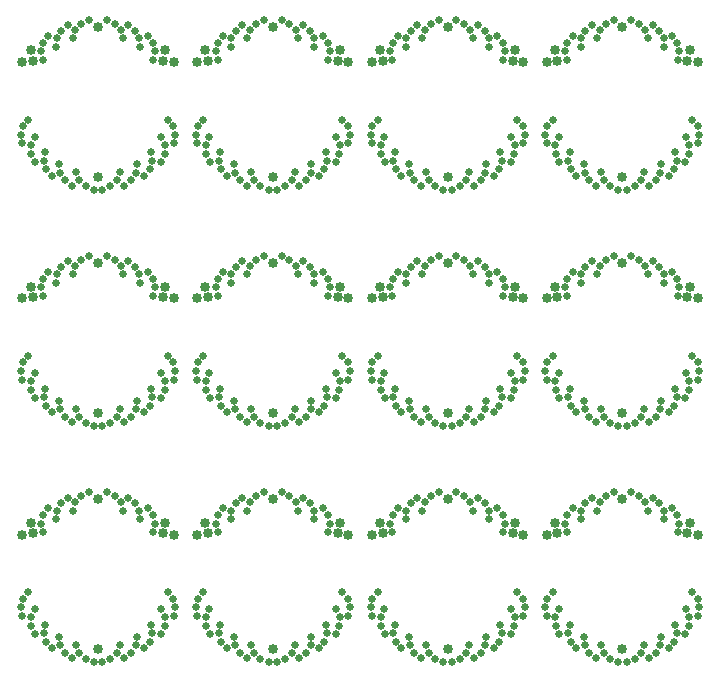
<source format=gbs>
G75*
%MOIN*%
%OFA0B0*%
%FSLAX25Y25*%
%IPPOS*%
%LPD*%
%AMOC8*
5,1,8,0,0,1.08239X$1,22.5*
%
%ADD10C,0.03353*%
%ADD11C,0.02500*%
D10*
X0093967Y0074281D03*
X0115620Y0112864D03*
X0119163Y0112470D03*
X0116407Y0116407D03*
X0127037Y0112470D03*
X0130581Y0112864D03*
X0129793Y0116407D03*
X0152234Y0124281D03*
X0174675Y0116407D03*
X0173888Y0112864D03*
X0177431Y0112470D03*
X0185305Y0112470D03*
X0188848Y0112864D03*
X0188061Y0116407D03*
X0210502Y0124281D03*
X0232943Y0116407D03*
X0232156Y0112864D03*
X0235699Y0112470D03*
X0243573Y0112470D03*
X0247116Y0112864D03*
X0246329Y0116407D03*
X0268770Y0124281D03*
X0291211Y0116407D03*
X0290423Y0112864D03*
X0293967Y0112470D03*
X0268770Y0074281D03*
X0210502Y0074281D03*
X0152234Y0074281D03*
X0093967Y0124281D03*
X0071526Y0116407D03*
X0072313Y0112864D03*
X0068770Y0112470D03*
X0093967Y0153022D03*
X0115620Y0191604D03*
X0119163Y0191211D03*
X0116407Y0195148D03*
X0127037Y0191211D03*
X0130581Y0191604D03*
X0129793Y0195148D03*
X0152234Y0203022D03*
X0174675Y0195148D03*
X0173888Y0191604D03*
X0177431Y0191211D03*
X0185305Y0191211D03*
X0188848Y0191604D03*
X0188061Y0195148D03*
X0210502Y0203022D03*
X0232943Y0195148D03*
X0232156Y0191604D03*
X0235699Y0191211D03*
X0243573Y0191211D03*
X0247116Y0191604D03*
X0246329Y0195148D03*
X0268770Y0203022D03*
X0291211Y0195148D03*
X0290423Y0191604D03*
X0293967Y0191211D03*
X0268770Y0153022D03*
X0210502Y0153022D03*
X0152234Y0153022D03*
X0093967Y0203022D03*
X0071526Y0195148D03*
X0072313Y0191604D03*
X0068770Y0191211D03*
X0093967Y0231762D03*
X0115620Y0270344D03*
X0119163Y0269951D03*
X0116407Y0273888D03*
X0127037Y0269951D03*
X0130581Y0270344D03*
X0129793Y0273888D03*
X0152234Y0281762D03*
X0174675Y0273888D03*
X0173888Y0270344D03*
X0177431Y0269951D03*
X0185305Y0269951D03*
X0188848Y0270344D03*
X0188061Y0273888D03*
X0210502Y0281762D03*
X0232943Y0273888D03*
X0232156Y0270344D03*
X0235699Y0269951D03*
X0243573Y0269951D03*
X0247116Y0270344D03*
X0246329Y0273888D03*
X0268770Y0281762D03*
X0291211Y0273888D03*
X0290423Y0270344D03*
X0293967Y0269951D03*
X0268770Y0231762D03*
X0210502Y0231762D03*
X0152234Y0231762D03*
X0093967Y0281762D03*
X0071526Y0273888D03*
X0072313Y0270344D03*
X0068770Y0269951D03*
D11*
X0072938Y0079283D03*
X0071754Y0081926D03*
X0071650Y0084847D03*
X0072862Y0087496D03*
X0068733Y0085374D03*
X0068274Y0088232D03*
X0068929Y0091081D03*
X0070785Y0093327D03*
X0076376Y0082402D03*
X0075892Y0079529D03*
X0076749Y0076735D03*
X0078575Y0074488D03*
X0081365Y0075491D03*
X0081090Y0078391D03*
X0082916Y0073013D03*
X0085262Y0071316D03*
X0087697Y0073006D03*
X0086681Y0075737D03*
X0089837Y0071014D03*
X0092542Y0069983D03*
X0095391Y0069983D03*
X0098096Y0071014D03*
X0100236Y0073006D03*
X0101252Y0075737D03*
X0102671Y0071316D03*
X0105017Y0073013D03*
X0106568Y0075491D03*
X0106843Y0078391D03*
X0109358Y0074488D03*
X0111184Y0076735D03*
X0112041Y0079529D03*
X0111557Y0082402D03*
X0114995Y0079283D03*
X0116179Y0081926D03*
X0116283Y0084847D03*
X0115071Y0087496D03*
X0119200Y0085374D03*
X0119659Y0088232D03*
X0119004Y0091081D03*
X0117148Y0093327D03*
X0127197Y0091081D03*
X0129053Y0093327D03*
X0126542Y0088232D03*
X0127001Y0085374D03*
X0129918Y0084847D03*
X0131130Y0087496D03*
X0130022Y0081926D03*
X0131205Y0079283D03*
X0134159Y0079529D03*
X0134644Y0082402D03*
X0135016Y0076735D03*
X0136843Y0074488D03*
X0139633Y0075491D03*
X0139357Y0078391D03*
X0141184Y0073013D03*
X0143530Y0071316D03*
X0145965Y0073006D03*
X0144948Y0075737D03*
X0148104Y0071014D03*
X0150810Y0069983D03*
X0153659Y0069983D03*
X0156364Y0071014D03*
X0158504Y0073006D03*
X0159520Y0075737D03*
X0160939Y0071316D03*
X0163285Y0073013D03*
X0164836Y0075491D03*
X0165111Y0078391D03*
X0167625Y0074488D03*
X0169452Y0076735D03*
X0170309Y0079529D03*
X0169824Y0082402D03*
X0173263Y0079283D03*
X0174446Y0081926D03*
X0174551Y0084847D03*
X0173339Y0087496D03*
X0177468Y0085374D03*
X0177927Y0088232D03*
X0177271Y0091081D03*
X0175415Y0093327D03*
X0185465Y0091081D03*
X0187321Y0093327D03*
X0184809Y0088232D03*
X0185268Y0085374D03*
X0188186Y0084847D03*
X0189397Y0087496D03*
X0188290Y0081926D03*
X0189473Y0079283D03*
X0192427Y0079529D03*
X0192912Y0082402D03*
X0193284Y0076735D03*
X0195111Y0074488D03*
X0197901Y0075491D03*
X0197625Y0078391D03*
X0199452Y0073013D03*
X0201797Y0071316D03*
X0204233Y0073006D03*
X0203216Y0075737D03*
X0206372Y0071014D03*
X0209077Y0069983D03*
X0211927Y0069983D03*
X0214632Y0071014D03*
X0216771Y0073006D03*
X0217788Y0075737D03*
X0219206Y0071316D03*
X0221552Y0073013D03*
X0223103Y0075491D03*
X0223379Y0078391D03*
X0225893Y0074488D03*
X0227720Y0076735D03*
X0228577Y0079529D03*
X0228092Y0082402D03*
X0231531Y0079283D03*
X0232714Y0081926D03*
X0232818Y0084847D03*
X0231607Y0087496D03*
X0235736Y0085374D03*
X0236194Y0088232D03*
X0235539Y0091081D03*
X0233683Y0093327D03*
X0243733Y0091081D03*
X0245589Y0093327D03*
X0243077Y0088232D03*
X0243536Y0085374D03*
X0246453Y0084847D03*
X0247665Y0087496D03*
X0246558Y0081926D03*
X0247741Y0079283D03*
X0250695Y0079529D03*
X0251180Y0082402D03*
X0251552Y0076735D03*
X0253379Y0074488D03*
X0256168Y0075491D03*
X0255893Y0078391D03*
X0257719Y0073013D03*
X0260065Y0071316D03*
X0262500Y0073006D03*
X0261484Y0075737D03*
X0264640Y0071014D03*
X0267345Y0069983D03*
X0270194Y0069983D03*
X0272899Y0071014D03*
X0275039Y0073006D03*
X0276056Y0075737D03*
X0277474Y0071316D03*
X0279820Y0073013D03*
X0281371Y0075491D03*
X0281647Y0078391D03*
X0284161Y0074488D03*
X0285988Y0076735D03*
X0286844Y0079529D03*
X0286360Y0082402D03*
X0289799Y0079283D03*
X0290982Y0081926D03*
X0291086Y0084847D03*
X0289874Y0087496D03*
X0294003Y0085374D03*
X0294462Y0088232D03*
X0293807Y0091081D03*
X0291951Y0093327D03*
X0287168Y0113250D03*
X0287802Y0116093D03*
X0287092Y0118929D03*
X0285386Y0121268D03*
X0282547Y0120413D03*
X0282671Y0117502D03*
X0281128Y0122969D03*
X0278874Y0124786D03*
X0276354Y0123225D03*
X0277226Y0120446D03*
X0274322Y0125327D03*
X0271674Y0126499D03*
X0265865Y0126499D03*
X0263218Y0125327D03*
X0261185Y0123225D03*
X0260313Y0120446D03*
X0258665Y0124786D03*
X0256411Y0122969D03*
X0254992Y0120413D03*
X0254869Y0117502D03*
X0252154Y0121268D03*
X0250447Y0118929D03*
X0249737Y0116093D03*
X0250372Y0113250D03*
X0229534Y0116093D03*
X0228900Y0113250D03*
X0228825Y0118929D03*
X0227118Y0121268D03*
X0224280Y0120413D03*
X0224403Y0117502D03*
X0222860Y0122969D03*
X0220607Y0124786D03*
X0218086Y0123225D03*
X0218959Y0120446D03*
X0216054Y0125327D03*
X0213407Y0126499D03*
X0207597Y0126499D03*
X0204950Y0125327D03*
X0202918Y0123225D03*
X0202045Y0120446D03*
X0200397Y0124786D03*
X0198143Y0122969D03*
X0196724Y0120413D03*
X0196601Y0117502D03*
X0193886Y0121268D03*
X0192179Y0118929D03*
X0191470Y0116093D03*
X0192104Y0113250D03*
X0171266Y0116093D03*
X0170632Y0113250D03*
X0170557Y0118929D03*
X0168850Y0121268D03*
X0166012Y0120413D03*
X0166135Y0117502D03*
X0164593Y0122969D03*
X0162339Y0124786D03*
X0159819Y0123225D03*
X0160691Y0120446D03*
X0157786Y0125327D03*
X0155139Y0126499D03*
X0149330Y0126499D03*
X0146682Y0125327D03*
X0144650Y0123225D03*
X0143778Y0120446D03*
X0142130Y0124786D03*
X0139876Y0122969D03*
X0138457Y0120413D03*
X0138333Y0117502D03*
X0135618Y0121268D03*
X0133911Y0118929D03*
X0133202Y0116093D03*
X0133836Y0113250D03*
X0112999Y0116093D03*
X0112364Y0113250D03*
X0112289Y0118929D03*
X0110583Y0121268D03*
X0107744Y0120413D03*
X0107867Y0117502D03*
X0106325Y0122969D03*
X0104071Y0124786D03*
X0101551Y0123225D03*
X0102423Y0120446D03*
X0099518Y0125327D03*
X0096871Y0126499D03*
X0091062Y0126499D03*
X0088415Y0125327D03*
X0086382Y0123225D03*
X0085510Y0120446D03*
X0083862Y0124786D03*
X0081608Y0122969D03*
X0080189Y0120413D03*
X0080066Y0117502D03*
X0077350Y0121268D03*
X0075644Y0118929D03*
X0074934Y0116093D03*
X0075569Y0113250D03*
X0085262Y0150056D03*
X0082916Y0151753D03*
X0081365Y0154231D03*
X0081090Y0157131D03*
X0078575Y0153228D03*
X0076749Y0155475D03*
X0075892Y0158269D03*
X0076376Y0161142D03*
X0072938Y0158023D03*
X0071754Y0160666D03*
X0071650Y0163587D03*
X0072862Y0166237D03*
X0068733Y0164114D03*
X0068274Y0166972D03*
X0068929Y0169821D03*
X0070785Y0172067D03*
X0075569Y0191990D03*
X0074934Y0194834D03*
X0075644Y0197669D03*
X0077350Y0200008D03*
X0080189Y0199153D03*
X0080066Y0196242D03*
X0081608Y0201709D03*
X0083862Y0203526D03*
X0086382Y0201966D03*
X0085510Y0199186D03*
X0088415Y0204067D03*
X0091062Y0205239D03*
X0096871Y0205239D03*
X0099518Y0204067D03*
X0101551Y0201966D03*
X0102423Y0199186D03*
X0104071Y0203526D03*
X0106325Y0201709D03*
X0107744Y0199153D03*
X0107867Y0196242D03*
X0110583Y0200008D03*
X0112289Y0197669D03*
X0112999Y0194834D03*
X0112364Y0191990D03*
X0117148Y0172067D03*
X0119004Y0169821D03*
X0119659Y0166972D03*
X0119200Y0164114D03*
X0116283Y0163587D03*
X0115071Y0166237D03*
X0116179Y0160666D03*
X0114995Y0158023D03*
X0112041Y0158269D03*
X0111557Y0161142D03*
X0111184Y0155475D03*
X0109358Y0153228D03*
X0106568Y0154231D03*
X0106843Y0157131D03*
X0105017Y0151753D03*
X0102671Y0150056D03*
X0100236Y0151747D03*
X0101252Y0154477D03*
X0098096Y0149755D03*
X0095391Y0148723D03*
X0092542Y0148723D03*
X0089837Y0149755D03*
X0087697Y0151747D03*
X0086681Y0154477D03*
X0127001Y0164114D03*
X0126542Y0166972D03*
X0127197Y0169821D03*
X0129053Y0172067D03*
X0131130Y0166237D03*
X0129918Y0163587D03*
X0130022Y0160666D03*
X0131205Y0158023D03*
X0134159Y0158269D03*
X0134644Y0161142D03*
X0135016Y0155475D03*
X0136843Y0153228D03*
X0139633Y0154231D03*
X0139357Y0157131D03*
X0141184Y0151753D03*
X0143530Y0150056D03*
X0145965Y0151747D03*
X0144948Y0154477D03*
X0148104Y0149755D03*
X0150810Y0148723D03*
X0153659Y0148723D03*
X0156364Y0149755D03*
X0158504Y0151747D03*
X0159520Y0154477D03*
X0160939Y0150056D03*
X0163285Y0151753D03*
X0164836Y0154231D03*
X0165111Y0157131D03*
X0167625Y0153228D03*
X0169452Y0155475D03*
X0170309Y0158269D03*
X0169824Y0161142D03*
X0173263Y0158023D03*
X0174446Y0160666D03*
X0174551Y0163587D03*
X0173339Y0166237D03*
X0177468Y0164114D03*
X0177927Y0166972D03*
X0177271Y0169821D03*
X0175415Y0172067D03*
X0185465Y0169821D03*
X0187321Y0172067D03*
X0184809Y0166972D03*
X0185268Y0164114D03*
X0188186Y0163587D03*
X0189397Y0166237D03*
X0188290Y0160666D03*
X0189473Y0158023D03*
X0192427Y0158269D03*
X0192912Y0161142D03*
X0193284Y0155475D03*
X0195111Y0153228D03*
X0197901Y0154231D03*
X0197625Y0157131D03*
X0199452Y0151753D03*
X0201797Y0150056D03*
X0204233Y0151747D03*
X0203216Y0154477D03*
X0206372Y0149755D03*
X0209077Y0148723D03*
X0211927Y0148723D03*
X0214632Y0149755D03*
X0216771Y0151747D03*
X0217788Y0154477D03*
X0219206Y0150056D03*
X0221552Y0151753D03*
X0223103Y0154231D03*
X0223379Y0157131D03*
X0225893Y0153228D03*
X0227720Y0155475D03*
X0228577Y0158269D03*
X0228092Y0161142D03*
X0231531Y0158023D03*
X0232714Y0160666D03*
X0232818Y0163587D03*
X0231607Y0166237D03*
X0235736Y0164114D03*
X0236194Y0166972D03*
X0235539Y0169821D03*
X0233683Y0172067D03*
X0243733Y0169821D03*
X0245589Y0172067D03*
X0243077Y0166972D03*
X0243536Y0164114D03*
X0246453Y0163587D03*
X0247665Y0166237D03*
X0246558Y0160666D03*
X0247741Y0158023D03*
X0250695Y0158269D03*
X0251180Y0161142D03*
X0251552Y0155475D03*
X0253379Y0153228D03*
X0256168Y0154231D03*
X0255893Y0157131D03*
X0257719Y0151753D03*
X0260065Y0150056D03*
X0262500Y0151747D03*
X0261484Y0154477D03*
X0264640Y0149755D03*
X0267345Y0148723D03*
X0270194Y0148723D03*
X0272899Y0149755D03*
X0275039Y0151747D03*
X0276056Y0154477D03*
X0277474Y0150056D03*
X0279820Y0151753D03*
X0281371Y0154231D03*
X0281647Y0157131D03*
X0284161Y0153228D03*
X0285988Y0155475D03*
X0286844Y0158269D03*
X0286360Y0161142D03*
X0289799Y0158023D03*
X0290982Y0160666D03*
X0291086Y0163587D03*
X0289874Y0166237D03*
X0294003Y0164114D03*
X0294462Y0166972D03*
X0293807Y0169821D03*
X0291951Y0172067D03*
X0287168Y0191990D03*
X0287802Y0194834D03*
X0287092Y0197669D03*
X0285386Y0200008D03*
X0282547Y0199153D03*
X0282671Y0196242D03*
X0281128Y0201709D03*
X0278874Y0203526D03*
X0276354Y0201966D03*
X0277226Y0199186D03*
X0274322Y0204067D03*
X0271674Y0205239D03*
X0265865Y0205239D03*
X0263218Y0204067D03*
X0261185Y0201966D03*
X0260313Y0199186D03*
X0258665Y0203526D03*
X0256411Y0201709D03*
X0254992Y0199153D03*
X0254869Y0196242D03*
X0252154Y0200008D03*
X0250447Y0197669D03*
X0249737Y0194834D03*
X0250372Y0191990D03*
X0229534Y0194834D03*
X0228900Y0191990D03*
X0228825Y0197669D03*
X0227118Y0200008D03*
X0224280Y0199153D03*
X0224403Y0196242D03*
X0222860Y0201709D03*
X0220607Y0203526D03*
X0218086Y0201966D03*
X0218959Y0199186D03*
X0216054Y0204067D03*
X0213407Y0205239D03*
X0207597Y0205239D03*
X0204950Y0204067D03*
X0202918Y0201966D03*
X0202045Y0199186D03*
X0200397Y0203526D03*
X0198143Y0201709D03*
X0196724Y0199153D03*
X0196601Y0196242D03*
X0193886Y0200008D03*
X0192179Y0197669D03*
X0191470Y0194834D03*
X0192104Y0191990D03*
X0171266Y0194834D03*
X0170632Y0191990D03*
X0170557Y0197669D03*
X0168850Y0200008D03*
X0166012Y0199153D03*
X0166135Y0196242D03*
X0164593Y0201709D03*
X0162339Y0203526D03*
X0159819Y0201966D03*
X0160691Y0199186D03*
X0157786Y0204067D03*
X0155139Y0205239D03*
X0149330Y0205239D03*
X0146682Y0204067D03*
X0144650Y0201966D03*
X0143778Y0199186D03*
X0142130Y0203526D03*
X0139876Y0201709D03*
X0138457Y0199153D03*
X0138333Y0196242D03*
X0135618Y0200008D03*
X0133911Y0197669D03*
X0133202Y0194834D03*
X0133836Y0191990D03*
X0143530Y0228796D03*
X0141184Y0230493D03*
X0139633Y0232971D03*
X0139357Y0235871D03*
X0136843Y0231969D03*
X0135016Y0234215D03*
X0134159Y0237010D03*
X0134644Y0239882D03*
X0131205Y0236763D03*
X0130022Y0239406D03*
X0129918Y0242327D03*
X0131130Y0244977D03*
X0127001Y0242854D03*
X0126542Y0245713D03*
X0127197Y0248561D03*
X0129053Y0250807D03*
X0119659Y0245713D03*
X0119200Y0242854D03*
X0116283Y0242327D03*
X0115071Y0244977D03*
X0119004Y0248561D03*
X0117148Y0250807D03*
X0116179Y0239406D03*
X0114995Y0236763D03*
X0112041Y0237010D03*
X0111557Y0239882D03*
X0111184Y0234215D03*
X0109358Y0231969D03*
X0106568Y0232971D03*
X0106843Y0235871D03*
X0105017Y0230493D03*
X0102671Y0228796D03*
X0100236Y0230487D03*
X0101252Y0233217D03*
X0098096Y0228495D03*
X0095391Y0227463D03*
X0092542Y0227463D03*
X0089837Y0228495D03*
X0087697Y0230487D03*
X0086681Y0233217D03*
X0085262Y0228796D03*
X0082916Y0230493D03*
X0081365Y0232971D03*
X0081090Y0235871D03*
X0078575Y0231969D03*
X0076749Y0234215D03*
X0075892Y0237010D03*
X0076376Y0239882D03*
X0072938Y0236763D03*
X0071754Y0239406D03*
X0071650Y0242327D03*
X0072862Y0244977D03*
X0068733Y0242854D03*
X0068274Y0245713D03*
X0068929Y0248561D03*
X0070785Y0250807D03*
X0075569Y0270730D03*
X0074934Y0273574D03*
X0075644Y0276410D03*
X0077350Y0278748D03*
X0080189Y0277893D03*
X0080066Y0274983D03*
X0081608Y0280449D03*
X0083862Y0282266D03*
X0086382Y0280706D03*
X0085510Y0277926D03*
X0088415Y0282807D03*
X0091062Y0283979D03*
X0096871Y0283979D03*
X0099518Y0282807D03*
X0101551Y0280706D03*
X0102423Y0277926D03*
X0104071Y0282266D03*
X0106325Y0280449D03*
X0107744Y0277893D03*
X0107867Y0274983D03*
X0110583Y0278748D03*
X0112289Y0276410D03*
X0112999Y0273574D03*
X0112364Y0270730D03*
X0133202Y0273574D03*
X0133836Y0270730D03*
X0133911Y0276410D03*
X0135618Y0278748D03*
X0138457Y0277893D03*
X0138333Y0274983D03*
X0139876Y0280449D03*
X0142130Y0282266D03*
X0144650Y0280706D03*
X0143778Y0277926D03*
X0146682Y0282807D03*
X0149330Y0283979D03*
X0155139Y0283979D03*
X0157786Y0282807D03*
X0159819Y0280706D03*
X0160691Y0277926D03*
X0162339Y0282266D03*
X0164593Y0280449D03*
X0166012Y0277893D03*
X0166135Y0274983D03*
X0168850Y0278748D03*
X0170557Y0276410D03*
X0171266Y0273574D03*
X0170632Y0270730D03*
X0175415Y0250807D03*
X0177271Y0248561D03*
X0177927Y0245713D03*
X0177468Y0242854D03*
X0174551Y0242327D03*
X0173339Y0244977D03*
X0174446Y0239406D03*
X0173263Y0236763D03*
X0170309Y0237010D03*
X0169824Y0239882D03*
X0169452Y0234215D03*
X0167625Y0231969D03*
X0164836Y0232971D03*
X0165111Y0235871D03*
X0163285Y0230493D03*
X0160939Y0228796D03*
X0158504Y0230487D03*
X0159520Y0233217D03*
X0156364Y0228495D03*
X0153659Y0227463D03*
X0150810Y0227463D03*
X0148104Y0228495D03*
X0145965Y0230487D03*
X0144948Y0233217D03*
X0185268Y0242854D03*
X0184809Y0245713D03*
X0185465Y0248561D03*
X0187321Y0250807D03*
X0189397Y0244977D03*
X0188186Y0242327D03*
X0188290Y0239406D03*
X0189473Y0236763D03*
X0192427Y0237010D03*
X0192912Y0239882D03*
X0193284Y0234215D03*
X0195111Y0231969D03*
X0197901Y0232971D03*
X0197625Y0235871D03*
X0199452Y0230493D03*
X0201797Y0228796D03*
X0204233Y0230487D03*
X0203216Y0233217D03*
X0206372Y0228495D03*
X0209077Y0227463D03*
X0211927Y0227463D03*
X0214632Y0228495D03*
X0216771Y0230487D03*
X0217788Y0233217D03*
X0219206Y0228796D03*
X0221552Y0230493D03*
X0223103Y0232971D03*
X0223379Y0235871D03*
X0225893Y0231969D03*
X0227720Y0234215D03*
X0228577Y0237010D03*
X0228092Y0239882D03*
X0231531Y0236763D03*
X0232714Y0239406D03*
X0232818Y0242327D03*
X0231607Y0244977D03*
X0235736Y0242854D03*
X0236194Y0245713D03*
X0235539Y0248561D03*
X0233683Y0250807D03*
X0243733Y0248561D03*
X0245589Y0250807D03*
X0243077Y0245713D03*
X0243536Y0242854D03*
X0246453Y0242327D03*
X0247665Y0244977D03*
X0246558Y0239406D03*
X0247741Y0236763D03*
X0250695Y0237010D03*
X0251180Y0239882D03*
X0251552Y0234215D03*
X0253379Y0231969D03*
X0256168Y0232971D03*
X0255893Y0235871D03*
X0257719Y0230493D03*
X0260065Y0228796D03*
X0262500Y0230487D03*
X0261484Y0233217D03*
X0264640Y0228495D03*
X0267345Y0227463D03*
X0270194Y0227463D03*
X0272899Y0228495D03*
X0275039Y0230487D03*
X0276056Y0233217D03*
X0277474Y0228796D03*
X0279820Y0230493D03*
X0281371Y0232971D03*
X0281647Y0235871D03*
X0284161Y0231969D03*
X0285988Y0234215D03*
X0286844Y0237010D03*
X0286360Y0239882D03*
X0289799Y0236763D03*
X0290982Y0239406D03*
X0291086Y0242327D03*
X0289874Y0244977D03*
X0294003Y0242854D03*
X0294462Y0245713D03*
X0293807Y0248561D03*
X0291951Y0250807D03*
X0287168Y0270730D03*
X0287802Y0273574D03*
X0287092Y0276410D03*
X0285386Y0278748D03*
X0282547Y0277893D03*
X0282671Y0274983D03*
X0281128Y0280449D03*
X0278874Y0282266D03*
X0276354Y0280706D03*
X0277226Y0277926D03*
X0274322Y0282807D03*
X0271674Y0283979D03*
X0265865Y0283979D03*
X0263218Y0282807D03*
X0261185Y0280706D03*
X0260313Y0277926D03*
X0258665Y0282266D03*
X0256411Y0280449D03*
X0254992Y0277893D03*
X0254869Y0274983D03*
X0252154Y0278748D03*
X0250447Y0276410D03*
X0249737Y0273574D03*
X0250372Y0270730D03*
X0229534Y0273574D03*
X0228900Y0270730D03*
X0228825Y0276410D03*
X0227118Y0278748D03*
X0224280Y0277893D03*
X0224403Y0274983D03*
X0222860Y0280449D03*
X0220607Y0282266D03*
X0218086Y0280706D03*
X0218959Y0277926D03*
X0216054Y0282807D03*
X0213407Y0283979D03*
X0207597Y0283979D03*
X0204950Y0282807D03*
X0202918Y0280706D03*
X0202045Y0277926D03*
X0200397Y0282266D03*
X0198143Y0280449D03*
X0196724Y0277893D03*
X0196601Y0274983D03*
X0193886Y0278748D03*
X0192179Y0276410D03*
X0191470Y0273574D03*
X0192104Y0270730D03*
M02*

</source>
